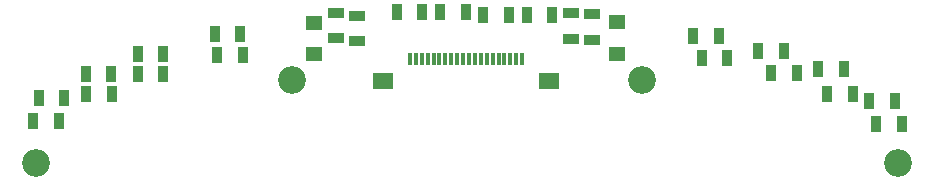
<source format=gts>
G04*
G04 #@! TF.GenerationSoftware,Altium Limited,Altium Designer,21.3.2 (30)*
G04*
G04 Layer_Color=8388736*
%FSLAX43Y43*%
%MOMM*%
G71*
G04*
G04 #@! TF.SameCoordinates,7B8A77F7-BE70-4231-B636-A4ED740270BE*
G04*
G04*
G04 #@! TF.FilePolarity,Negative*
G04*
G01*
G75*
%ADD18R,0.940X1.321*%
%ADD19R,1.321X0.940*%
%ADD20R,0.351X1.051*%
%ADD21R,1.701X1.351*%
%ADD22R,1.372X1.194*%
%ADD23C,2.351*%
D18*
X71155Y-2300D02*
D03*
X68996D02*
D03*
X43536Y4400D02*
D03*
X45695D02*
D03*
X66396Y-500D02*
D03*
X64237D02*
D03*
X6236Y-2300D02*
D03*
X8396D02*
D03*
X3895Y-4600D02*
D03*
X1737D02*
D03*
X2204Y-2600D02*
D03*
X4364D02*
D03*
X73136Y-4800D02*
D03*
X75296D02*
D03*
X72536Y-2900D02*
D03*
X74696D02*
D03*
X59796Y2600D02*
D03*
X57637D02*
D03*
X39836Y4400D02*
D03*
X41995D02*
D03*
X8363Y-600D02*
D03*
X6205D02*
D03*
X68237Y-200D02*
D03*
X70396D02*
D03*
X63137Y1400D02*
D03*
X65296D02*
D03*
X58336Y800D02*
D03*
X60495D02*
D03*
X12764Y1100D02*
D03*
X10604D02*
D03*
X19496Y1000D02*
D03*
X17337D02*
D03*
X12764Y-600D02*
D03*
X10604D02*
D03*
X36204Y4700D02*
D03*
X38363D02*
D03*
X32536D02*
D03*
X34695D02*
D03*
X19295Y2800D02*
D03*
X17136D02*
D03*
D19*
X47300Y4563D02*
D03*
Y2405D02*
D03*
X49100Y4496D02*
D03*
Y2336D02*
D03*
X29200Y2204D02*
D03*
Y4364D02*
D03*
X27400Y4595D02*
D03*
Y2437D02*
D03*
D20*
X43150Y700D02*
D03*
X42650D02*
D03*
X42150D02*
D03*
X39650D02*
D03*
X39150D02*
D03*
X37650D02*
D03*
X37150D02*
D03*
X33650D02*
D03*
X34150D02*
D03*
X34650D02*
D03*
X35150D02*
D03*
X35650D02*
D03*
X36150D02*
D03*
X36650D02*
D03*
X38150D02*
D03*
X38650D02*
D03*
X40150D02*
D03*
X40650D02*
D03*
X41150D02*
D03*
X41650D02*
D03*
D21*
X31375Y-1200D02*
D03*
X45425D02*
D03*
D22*
X51200Y3800D02*
D03*
Y1133D02*
D03*
X25500Y1100D02*
D03*
Y3767D02*
D03*
D23*
X23700Y-1120D02*
D03*
X53300D02*
D03*
X2000Y-8100D02*
D03*
X75000D02*
D03*
M02*

</source>
